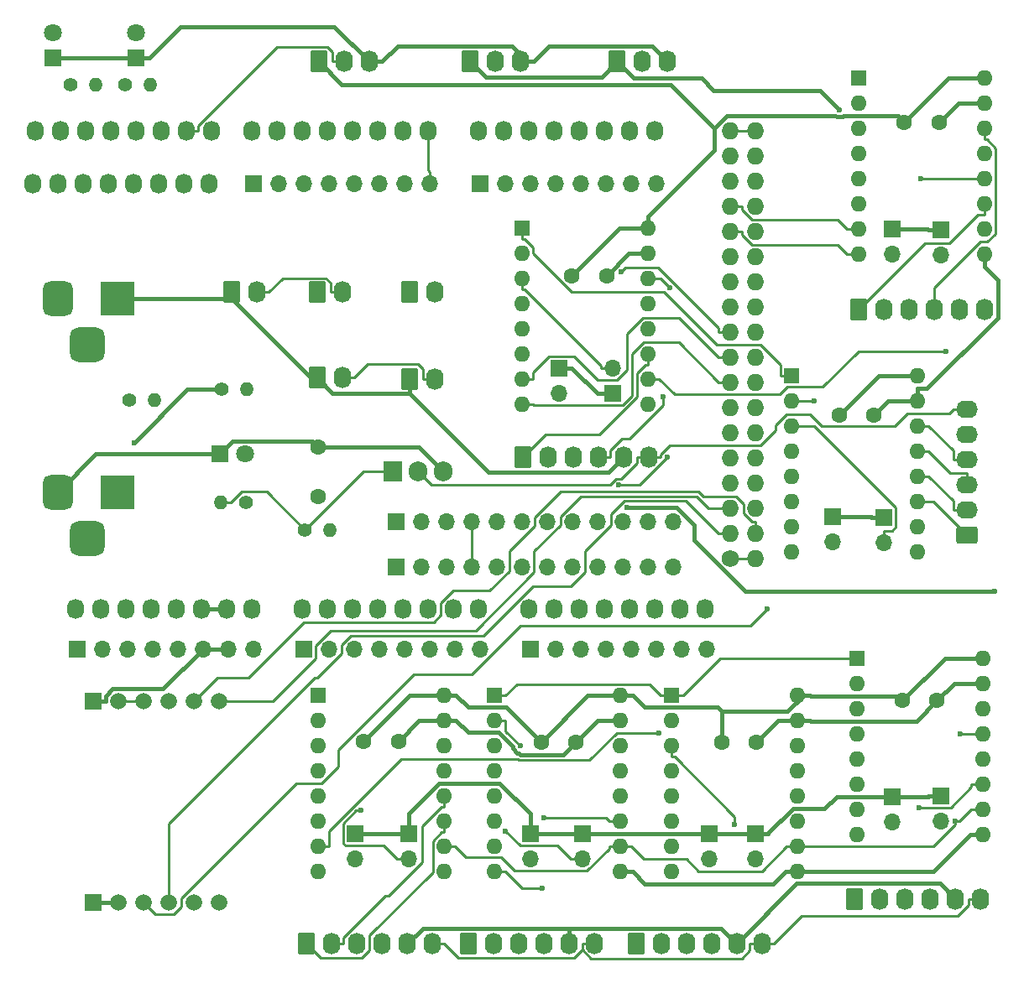
<source format=gbr>
G04 #@! TF.GenerationSoftware,KiCad,Pcbnew,8.0.2-1*
G04 #@! TF.CreationDate,2024-08-19T18:32:55+10:00*
G04 #@! TF.ProjectId,FORWARD 7 STEPPER DRIVER,464f5257-4152-4442-9037-205354455050,rev?*
G04 #@! TF.SameCoordinates,Original*
G04 #@! TF.FileFunction,Copper,L1,Top*
G04 #@! TF.FilePolarity,Positive*
%FSLAX46Y46*%
G04 Gerber Fmt 4.6, Leading zero omitted, Abs format (unit mm)*
G04 Created by KiCad (PCBNEW 8.0.2-1) date 2024-08-19 18:32:55*
%MOMM*%
%LPD*%
G01*
G04 APERTURE LIST*
G04 Aperture macros list*
%AMRoundRect*
0 Rectangle with rounded corners*
0 $1 Rounding radius*
0 $2 $3 $4 $5 $6 $7 $8 $9 X,Y pos of 4 corners*
0 Add a 4 corners polygon primitive as box body*
4,1,4,$2,$3,$4,$5,$6,$7,$8,$9,$2,$3,0*
0 Add four circle primitives for the rounded corners*
1,1,$1+$1,$2,$3*
1,1,$1+$1,$4,$5*
1,1,$1+$1,$6,$7*
1,1,$1+$1,$8,$9*
0 Add four rect primitives between the rounded corners*
20,1,$1+$1,$2,$3,$4,$5,0*
20,1,$1+$1,$4,$5,$6,$7,0*
20,1,$1+$1,$6,$7,$8,$9,0*
20,1,$1+$1,$8,$9,$2,$3,0*%
G04 Aperture macros list end*
G04 #@! TA.AperFunction,ComponentPad*
%ADD10C,1.727200*%
G04 #@! TD*
G04 #@! TA.AperFunction,ComponentPad*
%ADD11O,1.727200X1.727200*%
G04 #@! TD*
G04 #@! TA.AperFunction,ComponentPad*
%ADD12O,1.727200X2.032000*%
G04 #@! TD*
G04 #@! TA.AperFunction,ComponentPad*
%ADD13R,1.800000X1.800000*%
G04 #@! TD*
G04 #@! TA.AperFunction,ComponentPad*
%ADD14C,1.800000*%
G04 #@! TD*
G04 #@! TA.AperFunction,ComponentPad*
%ADD15C,1.400000*%
G04 #@! TD*
G04 #@! TA.AperFunction,ComponentPad*
%ADD16O,1.400000X1.400000*%
G04 #@! TD*
G04 #@! TA.AperFunction,ComponentPad*
%ADD17RoundRect,0.250000X-0.620000X-0.845000X0.620000X-0.845000X0.620000X0.845000X-0.620000X0.845000X0*%
G04 #@! TD*
G04 #@! TA.AperFunction,ComponentPad*
%ADD18O,1.740000X2.190000*%
G04 #@! TD*
G04 #@! TA.AperFunction,ComponentPad*
%ADD19R,1.700000X1.700000*%
G04 #@! TD*
G04 #@! TA.AperFunction,ComponentPad*
%ADD20O,1.700000X1.700000*%
G04 #@! TD*
G04 #@! TA.AperFunction,ComponentPad*
%ADD21C,1.600000*%
G04 #@! TD*
G04 #@! TA.AperFunction,ComponentPad*
%ADD22R,1.600000X1.600000*%
G04 #@! TD*
G04 #@! TA.AperFunction,ComponentPad*
%ADD23O,1.600000X1.600000*%
G04 #@! TD*
G04 #@! TA.AperFunction,ComponentPad*
%ADD24R,3.500000X3.500000*%
G04 #@! TD*
G04 #@! TA.AperFunction,ComponentPad*
%ADD25RoundRect,0.750000X-0.750000X-1.000000X0.750000X-1.000000X0.750000X1.000000X-0.750000X1.000000X0*%
G04 #@! TD*
G04 #@! TA.AperFunction,ComponentPad*
%ADD26RoundRect,0.875000X-0.875000X-0.875000X0.875000X-0.875000X0.875000X0.875000X-0.875000X0.875000X0*%
G04 #@! TD*
G04 #@! TA.AperFunction,ComponentPad*
%ADD27R,1.665000X1.665000*%
G04 #@! TD*
G04 #@! TA.AperFunction,ComponentPad*
%ADD28C,1.665000*%
G04 #@! TD*
G04 #@! TA.AperFunction,ComponentPad*
%ADD29RoundRect,0.250000X0.845000X-0.620000X0.845000X0.620000X-0.845000X0.620000X-0.845000X-0.620000X0*%
G04 #@! TD*
G04 #@! TA.AperFunction,ComponentPad*
%ADD30O,2.190000X1.740000*%
G04 #@! TD*
G04 #@! TA.AperFunction,ComponentPad*
%ADD31R,1.905000X2.000000*%
G04 #@! TD*
G04 #@! TA.AperFunction,ComponentPad*
%ADD32O,1.905000X2.000000*%
G04 #@! TD*
G04 #@! TA.AperFunction,ViaPad*
%ADD33C,0.600000*%
G04 #@! TD*
G04 #@! TA.AperFunction,Conductor*
%ADD34C,0.450000*%
G04 #@! TD*
G04 #@! TA.AperFunction,Conductor*
%ADD35C,0.250000*%
G04 #@! TD*
G04 APERTURE END LIST*
D10*
X197358000Y-114046000D03*
D11*
X199898000Y-114046000D03*
X197358000Y-111506000D03*
X199898000Y-111506000D03*
X197358000Y-108966000D03*
X199898000Y-108966000D03*
X197358000Y-106426000D03*
X199898000Y-106426000D03*
X197358000Y-103886000D03*
X199898000Y-103886000D03*
X197358000Y-101346000D03*
X199898000Y-101346000D03*
X197358000Y-98806000D03*
X199898000Y-98806000D03*
X197358000Y-96266000D03*
X199898000Y-96266000D03*
X197358000Y-93726000D03*
X199898000Y-93726000D03*
X197358000Y-91186000D03*
X199898000Y-91186000D03*
X197358000Y-88646000D03*
X199898000Y-88646000D03*
X197358000Y-86106000D03*
X199898000Y-86106000D03*
X197358000Y-83566000D03*
X199898000Y-83566000D03*
X197358000Y-81026000D03*
X199898000Y-81026000D03*
X197358000Y-78486000D03*
X199898000Y-78486000D03*
X197358000Y-75946000D03*
X199898000Y-75946000D03*
X197358000Y-73406000D03*
X199898000Y-73406000D03*
X197358000Y-70866000D03*
X199898000Y-70866000D03*
D12*
X131318000Y-119126000D03*
X133858000Y-119126000D03*
X136398000Y-119126000D03*
X138938000Y-119126000D03*
X141478000Y-119126000D03*
X144018000Y-119126000D03*
X146558000Y-119126000D03*
X149098000Y-119126000D03*
X177038000Y-119126000D03*
X179578000Y-119126000D03*
X182118000Y-119126000D03*
X184658000Y-119126000D03*
X187198000Y-119126000D03*
X189738000Y-119126000D03*
X192278000Y-119126000D03*
X194818000Y-119126000D03*
X127254000Y-70866000D03*
X129794000Y-70866000D03*
X132334000Y-70866000D03*
X134874000Y-70866000D03*
X137414000Y-70866000D03*
X139954000Y-70866000D03*
X142494000Y-70866000D03*
X145034000Y-70866000D03*
X149098000Y-70866000D03*
X151638000Y-70866000D03*
X154178000Y-70866000D03*
X156718000Y-70866000D03*
X159258000Y-70866000D03*
X161798000Y-70866000D03*
X164338000Y-70866000D03*
X166878000Y-70866000D03*
X171958000Y-70866000D03*
X174498000Y-70866000D03*
X177038000Y-70866000D03*
X179578000Y-70866000D03*
X182118000Y-70866000D03*
X184658000Y-70866000D03*
X187198000Y-70866000D03*
X189738000Y-70866000D03*
D13*
X129000000Y-63500000D03*
D14*
X129000000Y-60960000D03*
D13*
X137400000Y-63490000D03*
D14*
X137400000Y-60950000D03*
D15*
X130780000Y-66200000D03*
D16*
X133320000Y-66200000D03*
D17*
X155680000Y-87170000D03*
D18*
X158220000Y-87170000D03*
D17*
X187820000Y-152950000D03*
D18*
X190360000Y-152950000D03*
X192900000Y-152950000D03*
X195440000Y-152950000D03*
X197980000Y-152950000D03*
X200520000Y-152950000D03*
D19*
X172085000Y-76200000D03*
D20*
X174625000Y-76200000D03*
X177165000Y-76200000D03*
X179705000Y-76200000D03*
X182245000Y-76200000D03*
X184785000Y-76200000D03*
X187325000Y-76200000D03*
X189865000Y-76200000D03*
D17*
X154610000Y-152950000D03*
D18*
X157150000Y-152950000D03*
X159690000Y-152950000D03*
X162230000Y-152950000D03*
X164770000Y-152950000D03*
X167310000Y-152950000D03*
D17*
X155850000Y-63900000D03*
D18*
X158390000Y-63900000D03*
X160930000Y-63900000D03*
D17*
X210320000Y-88950000D03*
D18*
X212860000Y-88950000D03*
X215400000Y-88950000D03*
X217940000Y-88950000D03*
X220480000Y-88950000D03*
X223020000Y-88950000D03*
D19*
X159500000Y-141800000D03*
D20*
X159500000Y-144340000D03*
D21*
X178250000Y-132600000D03*
X181750000Y-132600000D03*
D17*
X147030000Y-87170000D03*
D18*
X149570000Y-87170000D03*
D19*
X149225000Y-76200000D03*
D20*
X151765000Y-76200000D03*
X154305000Y-76200000D03*
X156845000Y-76200000D03*
X159385000Y-76200000D03*
X161925000Y-76200000D03*
X164465000Y-76200000D03*
X167005000Y-76200000D03*
D17*
X164980000Y-95920000D03*
D18*
X167520000Y-95920000D03*
D22*
X176350000Y-80720000D03*
D23*
X176350000Y-83260000D03*
X176350000Y-85800000D03*
X176350000Y-88340000D03*
X176350000Y-90880000D03*
X176350000Y-93420000D03*
X176350000Y-95960000D03*
X176350000Y-98500000D03*
X189050000Y-98500000D03*
X189050000Y-95960000D03*
X189050000Y-93420000D03*
X189050000Y-90880000D03*
X189050000Y-88340000D03*
X189050000Y-85800000D03*
X189050000Y-83260000D03*
X189050000Y-80720000D03*
D13*
X145820000Y-103500000D03*
D14*
X148360000Y-103500000D03*
D19*
X154305000Y-123190000D03*
D20*
X156845000Y-123190000D03*
X159385000Y-123190000D03*
X161925000Y-123190000D03*
X164465000Y-123190000D03*
X167005000Y-123190000D03*
X169545000Y-123190000D03*
X172085000Y-123190000D03*
D19*
X195250000Y-141860000D03*
D20*
X195250000Y-144400000D03*
D21*
X155800000Y-107800000D03*
X155800000Y-102800000D03*
D22*
X191450000Y-127870000D03*
D23*
X191450000Y-130410000D03*
X191450000Y-132950000D03*
X191450000Y-135490000D03*
X191450000Y-138030000D03*
X191450000Y-140570000D03*
X191450000Y-143110000D03*
X191450000Y-145650000D03*
X204150000Y-145650000D03*
X204150000Y-143110000D03*
X204150000Y-140570000D03*
X204150000Y-138030000D03*
X204150000Y-135490000D03*
X204150000Y-132950000D03*
X204150000Y-130410000D03*
X204150000Y-127870000D03*
D19*
X163610000Y-110350000D03*
D20*
X166150000Y-110350000D03*
X168690000Y-110350000D03*
X171230000Y-110350000D03*
X173770000Y-110350000D03*
X176310000Y-110350000D03*
X178850000Y-110350000D03*
X181390000Y-110350000D03*
X183930000Y-110350000D03*
X186470000Y-110350000D03*
X189010000Y-110350000D03*
X191550000Y-110350000D03*
D17*
X170900000Y-152950000D03*
D18*
X173440000Y-152950000D03*
X175980000Y-152950000D03*
X178520000Y-152950000D03*
X181060000Y-152950000D03*
X183600000Y-152950000D03*
D19*
X218600000Y-138025000D03*
D20*
X218600000Y-140565000D03*
D19*
X212850000Y-109890000D03*
D20*
X212850000Y-112430000D03*
D17*
X171120000Y-63900000D03*
D18*
X173660000Y-63900000D03*
X176200000Y-63900000D03*
D21*
X160350000Y-132500000D03*
X163850000Y-132500000D03*
D15*
X136280000Y-66250000D03*
D16*
X138820000Y-66250000D03*
D22*
X155750000Y-127870000D03*
D23*
X155750000Y-130410000D03*
X155750000Y-132950000D03*
X155750000Y-135490000D03*
X155750000Y-138030000D03*
X155750000Y-140570000D03*
X155750000Y-143110000D03*
X155750000Y-145650000D03*
X168450000Y-145650000D03*
X168450000Y-143110000D03*
X168450000Y-140570000D03*
X168450000Y-138030000D03*
X168450000Y-135490000D03*
X168450000Y-132950000D03*
X168450000Y-130410000D03*
X168450000Y-127870000D03*
D15*
X154450000Y-111150000D03*
D16*
X156990000Y-111150000D03*
D17*
X176410000Y-103800000D03*
D18*
X178950000Y-103800000D03*
X181490000Y-103800000D03*
X184030000Y-103800000D03*
X186570000Y-103800000D03*
X189110000Y-103800000D03*
D21*
X214900000Y-70050000D03*
X218400000Y-70050000D03*
D12*
X154178000Y-119126000D03*
X156718000Y-119126000D03*
X159258000Y-119126000D03*
X161798000Y-119126000D03*
X164338000Y-119126000D03*
X166878000Y-119126000D03*
X169418000Y-119126000D03*
X171958000Y-119126000D03*
D22*
X210250000Y-65570000D03*
D23*
X210250000Y-68110000D03*
X210250000Y-70650000D03*
X210250000Y-73190000D03*
X210250000Y-75730000D03*
X210250000Y-78270000D03*
X210250000Y-80810000D03*
X210250000Y-83350000D03*
X222950000Y-83350000D03*
X222950000Y-80810000D03*
X222950000Y-78270000D03*
X222950000Y-75730000D03*
X222950000Y-73190000D03*
X222950000Y-70650000D03*
X222950000Y-68110000D03*
X222950000Y-65570000D03*
D19*
X207640000Y-109850000D03*
D20*
X207640000Y-112390000D03*
D17*
X164980000Y-87170000D03*
D18*
X167520000Y-87170000D03*
D19*
X199900000Y-141860000D03*
D20*
X199900000Y-144400000D03*
D19*
X182400000Y-141860000D03*
D20*
X182400000Y-144400000D03*
D15*
X146030000Y-97000000D03*
D16*
X148570000Y-97000000D03*
D15*
X148470000Y-108400000D03*
D16*
X145930000Y-108400000D03*
D21*
X196500000Y-132600000D03*
X200000000Y-132600000D03*
D24*
X135500000Y-87792500D03*
D25*
X129500000Y-87792500D03*
D26*
X132500000Y-92492500D03*
D19*
X164900000Y-141860000D03*
D20*
X164900000Y-144400000D03*
D19*
X180100000Y-94835000D03*
D20*
X180100000Y-97375000D03*
D17*
X155680000Y-95800000D03*
D18*
X158220000Y-95800000D03*
D27*
X133050000Y-148800000D03*
D28*
X135590000Y-148800000D03*
X138130000Y-148800000D03*
X140670000Y-148800000D03*
X143210000Y-148800000D03*
X145750000Y-148800000D03*
D27*
X133050000Y-128480000D03*
D28*
X135590000Y-128480000D03*
X138130000Y-128480000D03*
X140670000Y-128480000D03*
X143210000Y-128480000D03*
X145750000Y-128480000D03*
D17*
X185910000Y-63900000D03*
D18*
X188450000Y-63900000D03*
X190990000Y-63900000D03*
D17*
X209880000Y-148400000D03*
D18*
X212420000Y-148400000D03*
X214960000Y-148400000D03*
X217500000Y-148400000D03*
X220040000Y-148400000D03*
X222580000Y-148400000D03*
D29*
X221250000Y-111730000D03*
D30*
X221250000Y-109190000D03*
X221250000Y-106650000D03*
X221250000Y-104110000D03*
X221250000Y-101570000D03*
X221250000Y-99030000D03*
D19*
X213700000Y-80810000D03*
D20*
X213700000Y-83350000D03*
D22*
X173550000Y-127870000D03*
D23*
X173550000Y-130410000D03*
X173550000Y-132950000D03*
X173550000Y-135490000D03*
X173550000Y-138030000D03*
X173550000Y-140570000D03*
X173550000Y-143110000D03*
X173550000Y-145650000D03*
X186250000Y-145650000D03*
X186250000Y-143110000D03*
X186250000Y-140570000D03*
X186250000Y-138030000D03*
X186250000Y-135490000D03*
X186250000Y-132950000D03*
X186250000Y-130410000D03*
X186250000Y-127870000D03*
D21*
X181350000Y-85500000D03*
X184850000Y-85500000D03*
D15*
X136690000Y-98045000D03*
D16*
X139230000Y-98045000D03*
D12*
X127000000Y-76200000D03*
X129540000Y-76200000D03*
X132080000Y-76200000D03*
X134620000Y-76200000D03*
X137160000Y-76200000D03*
X139700000Y-76200000D03*
X142240000Y-76200000D03*
X144780000Y-76200000D03*
D19*
X177165000Y-123190000D03*
D20*
X179705000Y-123190000D03*
X182245000Y-123190000D03*
X184785000Y-123190000D03*
X187325000Y-123190000D03*
X189865000Y-123190000D03*
X192405000Y-123190000D03*
X194945000Y-123190000D03*
D19*
X177150000Y-141860000D03*
D20*
X177150000Y-144400000D03*
D21*
X208330000Y-99600000D03*
X211830000Y-99600000D03*
D22*
X203500000Y-95600000D03*
D23*
X203500000Y-98140000D03*
X203500000Y-100680000D03*
X203500000Y-103220000D03*
X203500000Y-105760000D03*
X203500000Y-108300000D03*
X203500000Y-110840000D03*
X203500000Y-113380000D03*
X216200000Y-113380000D03*
X216200000Y-110840000D03*
X216200000Y-108300000D03*
X216200000Y-105760000D03*
X216200000Y-103220000D03*
X216200000Y-100680000D03*
X216200000Y-98140000D03*
X216200000Y-95600000D03*
D19*
X185450000Y-97390000D03*
D20*
X185450000Y-94850000D03*
D22*
X210100000Y-124120000D03*
D23*
X210100000Y-126660000D03*
X210100000Y-129200000D03*
X210100000Y-131740000D03*
X210100000Y-134280000D03*
X210100000Y-136820000D03*
X210100000Y-139360000D03*
X210100000Y-141900000D03*
X222800000Y-141900000D03*
X222800000Y-139360000D03*
X222800000Y-136820000D03*
X222800000Y-134280000D03*
X222800000Y-131740000D03*
X222800000Y-129200000D03*
X222800000Y-126660000D03*
X222800000Y-124120000D03*
D31*
X163300000Y-105250000D03*
D32*
X165840000Y-105250000D03*
X168380000Y-105250000D03*
D21*
X214700000Y-128400000D03*
X218200000Y-128400000D03*
D19*
X163610000Y-114950000D03*
D20*
X166150000Y-114950000D03*
X168690000Y-114950000D03*
X171230000Y-114950000D03*
X173770000Y-114950000D03*
X176310000Y-114950000D03*
X178850000Y-114950000D03*
X181390000Y-114950000D03*
X183930000Y-114950000D03*
X186470000Y-114950000D03*
X189010000Y-114950000D03*
X191550000Y-114950000D03*
D19*
X218600000Y-80910000D03*
D20*
X218600000Y-83450000D03*
D19*
X213650000Y-138075000D03*
D20*
X213650000Y-140615000D03*
D24*
X135500000Y-107342500D03*
D25*
X129500000Y-107342500D03*
D26*
X132500000Y-112042500D03*
D19*
X131445000Y-123190000D03*
D20*
X133985000Y-123190000D03*
X136525000Y-123190000D03*
X139065000Y-123190000D03*
X141605000Y-123190000D03*
X144145000Y-123190000D03*
X146685000Y-123190000D03*
X149225000Y-123190000D03*
D33*
X137201500Y-102390900D03*
X208346900Y-68758200D03*
X201100400Y-119165100D03*
X190975200Y-103782400D03*
X178396400Y-147343500D03*
X186113400Y-106624400D03*
X219988500Y-140549900D03*
X219135200Y-93141200D03*
X190129100Y-131680000D03*
X186287600Y-85141200D03*
X224025300Y-117410500D03*
X186949600Y-108865600D03*
X178520000Y-140269900D03*
X174683400Y-141586800D03*
X176127900Y-132943000D03*
X191255000Y-86725400D03*
X190558400Y-97729100D03*
X216525500Y-75730000D03*
X197783100Y-140922200D03*
X205805200Y-98140000D03*
X216393000Y-139200200D03*
X220529600Y-131740000D03*
X160050100Y-139504000D03*
D34*
X189050000Y-80720000D02*
X189050000Y-79494900D01*
X208046600Y-69483300D02*
X208647300Y-69483300D01*
X155850000Y-63900000D02*
X158150600Y-66200600D01*
X186862600Y-127870000D02*
X186250000Y-127870000D01*
X191328600Y-66200600D02*
X195732000Y-70604000D01*
X188700200Y-129095100D02*
X187475100Y-127870000D01*
X196500000Y-129510000D02*
X196500000Y-132600000D01*
X205435100Y-127930000D02*
X214230000Y-127930000D01*
X142592400Y-97000000D02*
X146030000Y-97000000D01*
X186250000Y-127870000D02*
X182980000Y-127870000D01*
X195732000Y-70604000D02*
X195732000Y-72812900D01*
X204762600Y-127870000D02*
X205375100Y-127870000D01*
X137201500Y-102390900D02*
X142592400Y-97000000D01*
X204762600Y-127870000D02*
X203122600Y-129510000D01*
X164980000Y-127870000D02*
X168450000Y-127870000D01*
X170900200Y-129095100D02*
X174745100Y-129095100D01*
X222800000Y-124120000D02*
X218980000Y-124120000D01*
X219380000Y-65570000D02*
X214900000Y-70050000D01*
X214230000Y-127930000D02*
X214700000Y-128400000D01*
X196956000Y-69380000D02*
X207943300Y-69380000D01*
X208647300Y-69483300D02*
X208750600Y-69380000D01*
X196085100Y-129095100D02*
X188700200Y-129095100D01*
X216200000Y-95600000D02*
X212330000Y-95600000D01*
X212330000Y-95600000D02*
X208330000Y-99600000D01*
X218980000Y-124120000D02*
X214700000Y-128400000D01*
X160350000Y-132500000D02*
X164980000Y-127870000D01*
X182980000Y-127870000D02*
X178250000Y-132600000D01*
X214230000Y-69380000D02*
X214900000Y-70050000D01*
X158150600Y-66200600D02*
X191328600Y-66200600D01*
X205375100Y-127870000D02*
X205435100Y-127930000D01*
X181350000Y-85500000D02*
X186130000Y-80720000D01*
X195732000Y-70604000D02*
X196956000Y-69380000D01*
X186862600Y-127870000D02*
X187475100Y-127870000D01*
X207943300Y-69380000D02*
X208046600Y-69483300D01*
X204150000Y-127870000D02*
X204762600Y-127870000D01*
X168450000Y-127870000D02*
X169675100Y-127870000D01*
X222950000Y-65570000D02*
X219380000Y-65570000D01*
X174745100Y-129095100D02*
X178250000Y-132600000D01*
X169675100Y-127870000D02*
X170900200Y-129095100D01*
X208750600Y-69380000D02*
X214230000Y-69380000D01*
X196500000Y-129510000D02*
X196085100Y-129095100D01*
X203122600Y-129510000D02*
X196500000Y-129510000D01*
X186130000Y-80720000D02*
X189050000Y-80720000D01*
X195732000Y-72812900D02*
X189050000Y-79494900D01*
X133342500Y-103500000D02*
X145820000Y-103500000D01*
X140112600Y-127222400D02*
X144145000Y-123190000D01*
X217824900Y-145650000D02*
X221574900Y-141900000D01*
X135590000Y-148800000D02*
X133050000Y-148800000D01*
X135014900Y-127222400D02*
X140112600Y-127222400D01*
X216130000Y-130470000D02*
X205435100Y-130470000D01*
X204150000Y-130410000D02*
X202190000Y-130410000D01*
X224329800Y-89741200D02*
X217156100Y-96914900D01*
X133050000Y-128480000D02*
X134307600Y-128480000D01*
X147145200Y-102174800D02*
X145820000Y-103500000D01*
X202924900Y-145650000D02*
X201667800Y-146907100D01*
X168450000Y-130410000D02*
X169675100Y-130410000D01*
X204150000Y-145650000D02*
X217824900Y-145650000D01*
X129000000Y-63500000D02*
X130325100Y-63500000D01*
X222950000Y-84575100D02*
X224329800Y-85954900D01*
X137400000Y-63490000D02*
X138725100Y-63490000D01*
X176021600Y-133668100D02*
X176205700Y-133852200D01*
X173988600Y-131635100D02*
X175402800Y-133049300D01*
X190990000Y-63900000D02*
X189429700Y-62339700D01*
X203537500Y-145650000D02*
X202924900Y-145650000D01*
X186250000Y-145650000D02*
X187475100Y-145650000D01*
X222950000Y-83350000D02*
X222950000Y-84575100D01*
X175827600Y-133668100D02*
X176021600Y-133668100D01*
X218200000Y-128400000D02*
X216130000Y-130470000D01*
X134307600Y-127929700D02*
X135014900Y-127222400D01*
X186250000Y-130410000D02*
X183940000Y-130410000D01*
X189429700Y-62339700D02*
X179055400Y-62339700D01*
X155174800Y-102174800D02*
X147145200Y-102174800D01*
X203537500Y-145650000D02*
X204150000Y-145650000D01*
X216200000Y-98140000D02*
X213290000Y-98140000D01*
X183940000Y-130410000D02*
X181750000Y-132600000D01*
X165940000Y-130410000D02*
X168450000Y-130410000D01*
X163850000Y-132500000D02*
X165940000Y-130410000D01*
X146558000Y-119126000D02*
X144018000Y-119126000D01*
X188732200Y-146907100D02*
X187475100Y-145650000D01*
X176200000Y-63900000D02*
X176847600Y-63900000D01*
X202190000Y-130410000D02*
X200000000Y-132600000D01*
X176205700Y-133852200D02*
X180497800Y-133852200D01*
X169675100Y-130410000D02*
X170900200Y-131635100D01*
X155800000Y-102800000D02*
X155174800Y-102174800D01*
X163785400Y-62339700D02*
X162225100Y-63900000D01*
X160930000Y-63900000D02*
X162225100Y-63900000D01*
X217156100Y-96914900D02*
X216200000Y-96914900D01*
X176847600Y-63900000D02*
X175287300Y-62339700D01*
X168380000Y-105250000D02*
X165930000Y-102800000D01*
X175402800Y-133243300D02*
X175827600Y-133668100D01*
X175287300Y-62339700D02*
X163785400Y-62339700D01*
X219940000Y-126660000D02*
X218200000Y-128400000D01*
X144145000Y-123190000D02*
X145409900Y-123190000D01*
X201667800Y-146907100D02*
X188732200Y-146907100D01*
X165930000Y-102800000D02*
X155800000Y-102800000D01*
X222950000Y-68110000D02*
X220340000Y-68110000D01*
X146685000Y-123190000D02*
X145409900Y-123190000D01*
X130335100Y-63490000D02*
X137400000Y-63490000D01*
X157382000Y-60352000D02*
X160930000Y-63900000D01*
X141863100Y-60352000D02*
X157382000Y-60352000D01*
X130325100Y-63500000D02*
X130335100Y-63490000D01*
X129500000Y-107342500D02*
X133342500Y-103500000D01*
X204150000Y-130410000D02*
X205375100Y-130410000D01*
X180497800Y-133852200D02*
X181750000Y-132600000D01*
X205435100Y-130470000D02*
X205375100Y-130410000D01*
X216200000Y-98140000D02*
X216200000Y-96914900D01*
X224329800Y-85954900D02*
X224329800Y-89741200D01*
X220340000Y-68110000D02*
X218400000Y-70050000D01*
X187090000Y-83260000D02*
X184850000Y-85500000D01*
X134307600Y-128480000D02*
X134307600Y-127929700D01*
X213290000Y-98140000D02*
X211830000Y-99600000D01*
X222800000Y-126660000D02*
X219940000Y-126660000D01*
X175402800Y-133049300D02*
X175402800Y-133243300D01*
X176847600Y-63900000D02*
X177495100Y-63900000D01*
X179055400Y-62339700D02*
X177495100Y-63900000D01*
X222800000Y-141900000D02*
X221574900Y-141900000D01*
X189050000Y-83260000D02*
X187090000Y-83260000D01*
X138725100Y-63490000D02*
X141863100Y-60352000D01*
X170900200Y-131635100D02*
X173988600Y-131635100D01*
X164900000Y-139832400D02*
X167972400Y-136760000D01*
X167972400Y-136760000D02*
X174067600Y-136760000D01*
X206374100Y-66785400D02*
X195652500Y-66785400D01*
X182400000Y-141860000D02*
X195250000Y-141860000D01*
X212850000Y-109890000D02*
X211574900Y-109890000D01*
X199900000Y-141860000D02*
X195250000Y-141860000D01*
X199900000Y-141860000D02*
X201175100Y-141860000D01*
X217324900Y-138025000D02*
X217274900Y-138075000D01*
X180100000Y-94835000D02*
X181375100Y-94835000D01*
X211534900Y-109850000D02*
X211574900Y-109890000D01*
X217224900Y-80810000D02*
X217324900Y-80910000D01*
X208346900Y-68758200D02*
X206374100Y-66785400D01*
X213650000Y-138075000D02*
X208048800Y-138075000D01*
X213700000Y-80810000D02*
X217224900Y-80810000D01*
X201175100Y-141780300D02*
X201175100Y-141860000D01*
X207640000Y-109850000D02*
X211534900Y-109850000D01*
X177150000Y-139842400D02*
X177150000Y-141860000D01*
X174067600Y-136760000D02*
X177150000Y-139842400D01*
X187560400Y-65550400D02*
X185910000Y-63900000D01*
X172663900Y-65443900D02*
X171120000Y-63900000D01*
X217274900Y-138075000D02*
X213650000Y-138075000D01*
X203655400Y-139300000D02*
X201175100Y-141780300D01*
X183930100Y-97390000D02*
X181375100Y-94835000D01*
X184366100Y-65443900D02*
X172663900Y-65443900D01*
X206823800Y-139300000D02*
X203655400Y-139300000D01*
X194417500Y-65550400D02*
X187560400Y-65550400D01*
X218600000Y-138025000D02*
X217324900Y-138025000D01*
X218600000Y-80910000D02*
X217324900Y-80910000D01*
X164900000Y-141860000D02*
X164900000Y-139832400D01*
X159500000Y-141800000D02*
X160775100Y-141800000D01*
X185450000Y-97390000D02*
X183930100Y-97390000D01*
X185910000Y-63900000D02*
X184366100Y-65443900D01*
X208048800Y-138075000D02*
X206823800Y-139300000D01*
X195652500Y-66785400D02*
X194417500Y-65550400D01*
X160835100Y-141860000D02*
X160775100Y-141800000D01*
X164900000Y-141860000D02*
X160835100Y-141860000D01*
X177150000Y-141860000D02*
X182400000Y-141860000D01*
D35*
X138130000Y-128480000D02*
X135590000Y-128480000D01*
X167005000Y-75024900D02*
X166878000Y-74897900D01*
X166878000Y-74897900D02*
X166878000Y-70866000D01*
X167005000Y-76200000D02*
X167005000Y-75024900D01*
X155446000Y-126049800D02*
X140670000Y-140825800D01*
X182660000Y-113329000D02*
X182660000Y-115426100D01*
X185294800Y-110694200D02*
X182660000Y-113329000D01*
X158115000Y-123632800D02*
X155698000Y-126049800D01*
X172478200Y-121852300D02*
X159043700Y-121852300D01*
X186653300Y-108223300D02*
X185294800Y-109581800D01*
X192886600Y-108223300D02*
X186653300Y-108223300D01*
X158115000Y-122781000D02*
X158115000Y-123632800D01*
X159043700Y-121852300D02*
X158115000Y-122781000D01*
X182660000Y-115426100D02*
X181235600Y-116850500D01*
X196169300Y-111506000D02*
X192886600Y-108223300D01*
X177480000Y-116850500D02*
X172478200Y-121852300D01*
X185294800Y-109581800D02*
X185294800Y-110694200D01*
X181235600Y-116850500D02*
X177480000Y-116850500D01*
X155698000Y-126049800D02*
X155446000Y-126049800D01*
X140670000Y-140825800D02*
X140670000Y-148800000D01*
X197358000Y-111506000D02*
X196169300Y-111506000D01*
X198709300Y-108556100D02*
X197926300Y-107773100D01*
X194153100Y-107323100D02*
X180214600Y-107323100D01*
X148733800Y-126082000D02*
X145608000Y-126082000D01*
X177580000Y-110761100D02*
X175040000Y-113301100D01*
X198709300Y-109500200D02*
X198709300Y-108556100D01*
X197926300Y-107773100D02*
X194603100Y-107773100D01*
X145608000Y-126082000D02*
X143210000Y-128480000D01*
X154348600Y-120467200D02*
X148733800Y-126082000D01*
X175040000Y-113301100D02*
X175040000Y-115350800D01*
X199898000Y-111506000D02*
X199898000Y-110317300D01*
X177580000Y-109957700D02*
X177580000Y-110761100D01*
X168148000Y-118530900D02*
X168148000Y-119741100D01*
X173072400Y-117318400D02*
X169360500Y-117318400D01*
X167421900Y-120467200D02*
X154348600Y-120467200D01*
X180214600Y-107323100D02*
X177580000Y-109957700D01*
X199526400Y-110317300D02*
X198709300Y-109500200D01*
X169360500Y-117318400D02*
X168148000Y-118530900D01*
X199898000Y-110317300D02*
X199526400Y-110317300D01*
X194603100Y-107773100D02*
X194153100Y-107323100D01*
X168148000Y-119741100D02*
X167421900Y-120467200D01*
X175040000Y-115350800D02*
X173072400Y-117318400D01*
X199898000Y-70866000D02*
X197358000Y-70866000D01*
X157065700Y-121307300D02*
X155480200Y-122892800D01*
X195159400Y-108966000D02*
X193966600Y-107773200D01*
X155480200Y-122892800D02*
X155480200Y-124181200D01*
X151181400Y-128480000D02*
X145750000Y-128480000D01*
X180214800Y-109808600D02*
X180214800Y-110689500D01*
X177564800Y-115390000D02*
X171647500Y-121307300D01*
X177564800Y-113339500D02*
X177564800Y-115390000D01*
X196169300Y-108966000D02*
X195159400Y-108966000D01*
X171647500Y-121307300D02*
X157065700Y-121307300D01*
X182250200Y-107773200D02*
X180214800Y-109808600D01*
X197358000Y-108966000D02*
X196169300Y-108966000D01*
X155480200Y-124181200D02*
X151181400Y-128480000D01*
X180214800Y-110689500D02*
X177564800Y-113339500D01*
X193966600Y-107773200D02*
X182250200Y-107773200D01*
X153525700Y-136760000D02*
X156132600Y-136760000D01*
X141940000Y-148345700D02*
X153525700Y-136760000D01*
X165450300Y-125751300D02*
X171269100Y-125751300D01*
X176143000Y-120877400D02*
X199388100Y-120877400D01*
X156132600Y-136760000D02*
X157825000Y-135067600D01*
X141940000Y-149221100D02*
X141940000Y-148345700D01*
X139307000Y-149977000D02*
X141184100Y-149977000D01*
X157825000Y-133376600D02*
X165450300Y-125751300D01*
X141184100Y-149977000D02*
X141940000Y-149221100D01*
X199388100Y-120877400D02*
X201100400Y-119165100D01*
X138130000Y-148800000D02*
X139307000Y-149977000D01*
X157825000Y-135067600D02*
X157825000Y-133376600D01*
X171269100Y-125751300D02*
X176143000Y-120877400D01*
X189199800Y-126744900D02*
X190324900Y-127870000D01*
X196016200Y-92456000D02*
X200356000Y-92456000D01*
X210100000Y-124120000D02*
X208974900Y-124120000D01*
X174675100Y-127870000D02*
X175800200Y-126744900D01*
X177475100Y-83289400D02*
X181297800Y-87112100D01*
X191450000Y-127870000D02*
X190324900Y-127870000D01*
X202374900Y-94474900D02*
X202374900Y-95600000D01*
X177475100Y-82688800D02*
X177475100Y-83289400D01*
X190672300Y-87112100D02*
X196016200Y-92456000D01*
X175800200Y-126744900D02*
X189199800Y-126744900D01*
X176631400Y-81845100D02*
X177475100Y-82688800D01*
X176350000Y-80720000D02*
X176350000Y-81845100D01*
X181297800Y-87112100D02*
X190672300Y-87112100D01*
X176350000Y-81845100D02*
X176631400Y-81845100D01*
X196325100Y-124120000D02*
X192575100Y-127870000D01*
X174112600Y-127870000D02*
X174675100Y-127870000D01*
X191450000Y-127870000D02*
X192575100Y-127870000D01*
X200356000Y-92456000D02*
X202374900Y-94474900D01*
X203500000Y-95600000D02*
X202374900Y-95600000D01*
X174112600Y-127870000D02*
X173550000Y-127870000D01*
X208974900Y-124120000D02*
X196325100Y-124120000D01*
X186113400Y-106624400D02*
X188215100Y-106624400D01*
X190975200Y-103864300D02*
X190975200Y-103782400D01*
X176368600Y-147343500D02*
X178396400Y-147343500D01*
X188215100Y-106624400D02*
X190975200Y-103864300D01*
X174675100Y-145650000D02*
X176368600Y-147343500D01*
X173550000Y-145650000D02*
X174675100Y-145650000D01*
X217800800Y-143110000D02*
X204150000Y-143110000D01*
X210249200Y-93141200D02*
X219135200Y-93141200D01*
X202333600Y-97496000D02*
X203104400Y-96725200D01*
X170700200Y-144235100D02*
X174263200Y-144235100D01*
X191711100Y-97496000D02*
X202333600Y-97496000D01*
X203104400Y-96725200D02*
X206665200Y-96725200D01*
X219988500Y-140549900D02*
X219988500Y-140922300D01*
X190175100Y-95960000D02*
X191711100Y-97496000D01*
X220485000Y-140549900D02*
X219988500Y-140549900D01*
X189050000Y-95960000D02*
X190175100Y-95960000D01*
X188645100Y-144380000D02*
X187375100Y-143110000D01*
X222800000Y-139360000D02*
X221674900Y-139360000D01*
X175614600Y-145586500D02*
X182881500Y-145586500D01*
X206665200Y-96725200D02*
X210249200Y-93141200D01*
X203024900Y-143110000D02*
X200522300Y-145612600D01*
X186250000Y-143110000D02*
X185124900Y-143110000D01*
X192916600Y-144380000D02*
X188645100Y-144380000D01*
X182881500Y-145586500D02*
X185124900Y-143343100D01*
X219988500Y-140922300D02*
X217800800Y-143110000D01*
X169575100Y-143110000D02*
X170700200Y-144235100D01*
X174263200Y-144235100D02*
X175614600Y-145586500D01*
X204150000Y-143110000D02*
X203024900Y-143110000D01*
X200522300Y-145612600D02*
X194149200Y-145612600D01*
X168450000Y-143110000D02*
X169575100Y-143110000D01*
X185124900Y-143343100D02*
X185124900Y-143110000D01*
X221674900Y-139360000D02*
X220485000Y-140549900D01*
X186250000Y-143110000D02*
X187375100Y-143110000D01*
X194149200Y-145612600D02*
X192916600Y-144380000D01*
X177475100Y-98500000D02*
X177548400Y-98573300D01*
X188618500Y-92258500D02*
X192161800Y-92258500D01*
X187429300Y-97622000D02*
X187429300Y-93447700D01*
X176350000Y-98500000D02*
X177475100Y-98500000D01*
X186478000Y-98573300D02*
X187429300Y-97622000D01*
X197358000Y-96266000D02*
X196169300Y-96266000D01*
X192161800Y-92258500D02*
X196169300Y-96266000D01*
X187429300Y-93447700D02*
X188618500Y-92258500D01*
X177548400Y-98573300D02*
X186478000Y-98573300D01*
X188566900Y-89736900D02*
X192180200Y-89736900D01*
X176350000Y-95960000D02*
X177475100Y-95960000D01*
X177475100Y-95960000D02*
X177475100Y-95256800D01*
X181562700Y-93659800D02*
X183963800Y-96060900D01*
X179072100Y-93659800D02*
X181562700Y-93659800D01*
X177475100Y-95256800D02*
X179072100Y-93659800D01*
X183963800Y-96060900D02*
X185902300Y-96060900D01*
X185902300Y-96060900D02*
X186934100Y-95029100D01*
X186934100Y-95029100D02*
X186934100Y-91369700D01*
X186934100Y-91369700D02*
X188566900Y-89736900D01*
X192180200Y-89736900D02*
X196169300Y-93726000D01*
X197358000Y-93726000D02*
X196169300Y-93726000D01*
X208141700Y-79826800D02*
X199518000Y-79826800D01*
X209124900Y-80810000D02*
X208141700Y-79826800D01*
X198546700Y-78855500D02*
X198546700Y-78486000D01*
X199518000Y-79826800D02*
X198546700Y-78855500D01*
X197358000Y-78486000D02*
X198546700Y-78486000D01*
X210250000Y-80810000D02*
X209124900Y-80810000D01*
X199518000Y-82366800D02*
X198546700Y-81395500D01*
X210250000Y-83350000D02*
X209124900Y-83350000D01*
X209124900Y-83350000D02*
X208141700Y-82366800D01*
X208141700Y-82366800D02*
X199518000Y-82366800D01*
X197358000Y-81026000D02*
X198546700Y-81026000D01*
X198546700Y-81395500D02*
X198546700Y-81026000D01*
X175898300Y-134322900D02*
X164147500Y-134322900D01*
X190129100Y-131680000D02*
X185870200Y-131680000D01*
X176001200Y-134425800D02*
X175898300Y-134322900D01*
X155750000Y-143110000D02*
X156875100Y-143110000D01*
X183124400Y-134425800D02*
X176001200Y-134425800D01*
X164147500Y-134322900D02*
X156875100Y-141595300D01*
X156875100Y-141595300D02*
X156875100Y-143110000D01*
X185870200Y-131680000D02*
X183124400Y-134425800D01*
X196169300Y-91186000D02*
X196169300Y-90755600D01*
X190086900Y-84673200D02*
X186755600Y-84673200D01*
X196169300Y-90755600D02*
X190086900Y-84673200D01*
X197358000Y-91186000D02*
X196169300Y-91186000D01*
X186755600Y-84673200D02*
X186287600Y-85141200D01*
X189110000Y-103800000D02*
X190305100Y-103800000D01*
X219829900Y-99030000D02*
X219449900Y-99410000D01*
X167520000Y-95920000D02*
X166324900Y-95920000D01*
X169943900Y-154388800D02*
X168505100Y-152950000D01*
X200520000Y-152950000D02*
X201715100Y-152950000D01*
X205401500Y-99545500D02*
X202973600Y-99545500D01*
X150765100Y-87170000D02*
X152187200Y-85747900D01*
X187914900Y-104397500D02*
X186313100Y-105999300D01*
X158220000Y-95800000D02*
X159415100Y-95800000D01*
X191257600Y-102616000D02*
X190305100Y-103568500D01*
X186313100Y-105999300D02*
X185854600Y-105999300D01*
X183277700Y-154420300D02*
X198484900Y-154420300D01*
X165838200Y-94462300D02*
X160752800Y-94462300D01*
X189110000Y-103800000D02*
X187914900Y-103800000D01*
X166324900Y-94949000D02*
X165838200Y-94462300D01*
X149570000Y-87170000D02*
X150765100Y-87170000D01*
X156560500Y-85747900D02*
X157024900Y-86212300D01*
X182404900Y-152950000D02*
X182404900Y-153547500D01*
X152187200Y-85747900D02*
X156560500Y-85747900D01*
X160752800Y-94462300D02*
X159415100Y-95800000D01*
X198484900Y-154420300D02*
X199324900Y-153580300D01*
X190305100Y-103568500D02*
X190305100Y-103800000D01*
X200520000Y-152950000D02*
X199324900Y-152950000D01*
X204525900Y-150139200D02*
X201715100Y-152950000D01*
X181563600Y-154388800D02*
X169943900Y-154388800D01*
X199324900Y-153580300D02*
X199324900Y-152950000D01*
X166324900Y-95920000D02*
X166324900Y-94949000D01*
X221384900Y-148997500D02*
X220243200Y-150139200D01*
X185854600Y-105999300D02*
X185217000Y-106636900D01*
X167226900Y-106636900D02*
X165840000Y-105250000D01*
X167310000Y-152950000D02*
X168505100Y-152950000D01*
X182404900Y-153547500D02*
X181563600Y-154388800D01*
X219449900Y-99410000D02*
X215237500Y-99410000D01*
X221250000Y-99030000D02*
X219829900Y-99030000D01*
X220243200Y-150139200D02*
X204525900Y-150139200D01*
X158220000Y-87170000D02*
X157024900Y-87170000D01*
X222580000Y-148400000D02*
X221384900Y-148400000D01*
X200405700Y-102616000D02*
X191257600Y-102616000D01*
X201913200Y-100605900D02*
X201913200Y-101108500D01*
X185217000Y-106636900D02*
X167226900Y-106636900D01*
X201913200Y-101108500D02*
X200405700Y-102616000D01*
X215237500Y-99410000D02*
X213919600Y-100727900D01*
X206583900Y-100727900D02*
X205401500Y-99545500D01*
X202973600Y-99545500D02*
X201913200Y-100605900D01*
X157024900Y-86212300D02*
X157024900Y-87170000D01*
X213919600Y-100727900D02*
X206583900Y-100727900D01*
X183600000Y-152950000D02*
X182404900Y-152950000D01*
X187914900Y-103800000D02*
X187914900Y-104397500D01*
X182404900Y-153547500D02*
X183277700Y-154420300D01*
X221384900Y-148400000D02*
X221384900Y-148997500D01*
D34*
X224025300Y-117410500D02*
X198879300Y-117410500D01*
X147030000Y-87792500D02*
X137675100Y-87792500D01*
X164980000Y-97350600D02*
X157230600Y-97350600D01*
X164980000Y-97350600D02*
X164980000Y-95920000D01*
X191902800Y-108865600D02*
X186949600Y-108865600D01*
X185036300Y-105333700D02*
X172963100Y-105333700D01*
X147030000Y-87170000D02*
X147030000Y-87792500D01*
X218515200Y-146875200D02*
X204054800Y-146875200D01*
X135500000Y-87792500D02*
X137675100Y-87792500D01*
X196421300Y-151391300D02*
X197980000Y-152950000D01*
X181060000Y-151391300D02*
X196421300Y-151391300D01*
X198879300Y-117410500D02*
X193680300Y-112211500D01*
X193680300Y-112211500D02*
X193680300Y-110643100D01*
X155037500Y-95800000D02*
X155680000Y-95800000D01*
X193680300Y-110643100D02*
X191902800Y-108865600D01*
X204054800Y-146875200D02*
X197980000Y-152950000D01*
X181060000Y-152950000D02*
X181060000Y-151391300D01*
X164770000Y-152950000D02*
X166328700Y-151391300D01*
X186570000Y-103800000D02*
X185036300Y-105333700D01*
X147030000Y-87792500D02*
X155037500Y-95800000D01*
X220040000Y-148400000D02*
X218515200Y-146875200D01*
X157230600Y-97350600D02*
X155680000Y-95800000D01*
X172963100Y-105333700D02*
X164980000Y-97350600D01*
X166328700Y-151391300D02*
X181060000Y-151391300D01*
D35*
X156717500Y-62451600D02*
X151613300Y-62451600D01*
X157194900Y-62929000D02*
X156717500Y-62451600D01*
X142494000Y-70866000D02*
X143682700Y-70866000D01*
X157194900Y-63900000D02*
X157194900Y-62929000D01*
X143682700Y-70382200D02*
X143682700Y-70866000D01*
X151613300Y-62451600D02*
X143682700Y-70382200D01*
X158390000Y-63900000D02*
X157194900Y-63900000D01*
X199898000Y-114046000D02*
X197358000Y-114046000D01*
X146955100Y-108400000D02*
X148028200Y-107326900D01*
X145930000Y-108400000D02*
X146955100Y-108400000D01*
X160350000Y-105250000D02*
X154450000Y-111150000D01*
X148028200Y-107326900D02*
X150626900Y-107326900D01*
X150626900Y-107326900D02*
X154450000Y-111150000D01*
X163300000Y-105250000D02*
X160350000Y-105250000D01*
X186250000Y-140570000D02*
X185124900Y-140570000D01*
X184824800Y-140269900D02*
X178520000Y-140269900D01*
X185124900Y-140570000D02*
X184824800Y-140269900D01*
X182400000Y-144400000D02*
X181224900Y-144400000D01*
X179860100Y-143035200D02*
X176131800Y-143035200D01*
X176131800Y-143035200D02*
X174683400Y-141586800D01*
X181224900Y-144400000D02*
X179860100Y-143035200D01*
X174675100Y-130410000D02*
X174675100Y-131490200D01*
X173550000Y-130410000D02*
X174675100Y-130410000D01*
X174675100Y-131490200D02*
X176127900Y-132943000D01*
X176573700Y-86925100D02*
X184274900Y-94626300D01*
X176350000Y-86925100D02*
X176573700Y-86925100D01*
X176350000Y-85800000D02*
X176350000Y-86925100D01*
X185450000Y-94850000D02*
X184274900Y-94850000D01*
X184274900Y-94626300D02*
X184274900Y-94850000D01*
X187924900Y-97763000D02*
X184145500Y-101542400D01*
X189050000Y-93420000D02*
X189050000Y-94545100D01*
X184145500Y-101542400D02*
X178667600Y-101542400D01*
X188768600Y-94545100D02*
X187924900Y-95388800D01*
X178667600Y-101542400D02*
X176410000Y-103800000D01*
X187924900Y-95388800D02*
X187924900Y-97763000D01*
X189050000Y-94545100D02*
X188768600Y-94545100D01*
X190329600Y-85800000D02*
X191255000Y-86725400D01*
X190558400Y-97729100D02*
X190558400Y-98592000D01*
X186402200Y-101992600D02*
X185225100Y-103169700D01*
X189050000Y-85800000D02*
X190329600Y-85800000D01*
X184030000Y-103800000D02*
X185225100Y-103800000D01*
X190558400Y-98592000D02*
X187157800Y-101992600D01*
X187157800Y-101992600D02*
X186402200Y-101992600D01*
X185225100Y-103169700D02*
X185225100Y-103800000D01*
X217017700Y-82252300D02*
X219417900Y-82252300D01*
X219417900Y-82252300D02*
X222275100Y-79395100D01*
X210320000Y-88950000D02*
X217017700Y-82252300D01*
X222950000Y-78270000D02*
X222950000Y-79395100D01*
X222275100Y-79395100D02*
X222950000Y-79395100D01*
X222950000Y-75730000D02*
X216525500Y-75730000D01*
X222550400Y-82085200D02*
X217940000Y-86695600D01*
X224098500Y-72642300D02*
X224098500Y-81262700D01*
X222950000Y-71775100D02*
X223231300Y-71775100D01*
X223276000Y-82085200D02*
X222550400Y-82085200D01*
X222950000Y-70650000D02*
X222950000Y-71775100D01*
X223231300Y-71775100D02*
X224098500Y-72642300D01*
X217940000Y-86695600D02*
X217940000Y-88950000D01*
X224098500Y-81262700D02*
X223276000Y-82085200D01*
X197783100Y-140126900D02*
X197783100Y-140922200D01*
X191450000Y-134075100D02*
X191731300Y-134075100D01*
X191450000Y-132950000D02*
X191450000Y-134075100D01*
X191731300Y-134075100D02*
X197783100Y-140126900D01*
X219829900Y-104110000D02*
X219829900Y-103184800D01*
X216200000Y-100680000D02*
X217325100Y-100680000D01*
X221250000Y-104110000D02*
X219829900Y-104110000D01*
X219829900Y-103184800D02*
X217325100Y-100680000D01*
X219829900Y-108264800D02*
X217325100Y-105760000D01*
X219829900Y-109190000D02*
X219829900Y-108264800D01*
X221250000Y-109190000D02*
X219829900Y-109190000D01*
X216200000Y-105760000D02*
X217325100Y-105760000D01*
X216200000Y-103220000D02*
X217325100Y-103220000D01*
X221250000Y-105454900D02*
X219560000Y-105454900D01*
X219560000Y-105454900D02*
X217325100Y-103220000D01*
X221250000Y-106650000D02*
X221250000Y-105454900D01*
X214025200Y-108885400D02*
X205819800Y-100680000D01*
X213657900Y-111254900D02*
X214025200Y-110887600D01*
X214025200Y-110887600D02*
X214025200Y-108885400D01*
X205819800Y-100680000D02*
X203500000Y-100680000D01*
X212850000Y-111254900D02*
X213657900Y-111254900D01*
X212850000Y-112430000D02*
X212850000Y-111254900D01*
X203500000Y-98140000D02*
X205805200Y-98140000D01*
X221250000Y-111730000D02*
X217820000Y-108300000D01*
X217820000Y-108300000D02*
X216200000Y-108300000D01*
X222800000Y-136820000D02*
X221674900Y-136820000D01*
X221674900Y-137136400D02*
X219611100Y-139200200D01*
X221674900Y-136820000D02*
X221674900Y-137136400D01*
X219611100Y-139200200D02*
X216393000Y-139200200D01*
X222800000Y-131740000D02*
X220529600Y-131740000D01*
X160960000Y-153596900D02*
X160158000Y-154398900D01*
X167324900Y-142562000D02*
X167324900Y-145690100D01*
X168450000Y-140570000D02*
X168450000Y-141695100D01*
X156058900Y-154398900D02*
X154610000Y-152950000D01*
X167324900Y-145690100D02*
X160960000Y-152055000D01*
X168450000Y-141695100D02*
X168191800Y-141695100D01*
X160960000Y-152055000D02*
X160960000Y-153596900D01*
X160158000Y-154398900D02*
X156058900Y-154398900D01*
X168191800Y-141695100D02*
X167324900Y-142562000D01*
X158324800Y-140782200D02*
X159603000Y-139504000D01*
X158529000Y-143035200D02*
X158324800Y-142831000D01*
X163724900Y-144400000D02*
X162360100Y-143035200D01*
X164900000Y-144400000D02*
X163724900Y-144400000D01*
X162360100Y-143035200D02*
X158529000Y-143035200D01*
X159603000Y-139504000D02*
X160050100Y-139504000D01*
X158324800Y-142831000D02*
X158324800Y-140782200D01*
X162843300Y-148120000D02*
X162551900Y-148120000D01*
X166224700Y-144738600D02*
X162843300Y-148120000D01*
X168168600Y-139155100D02*
X166224700Y-141099000D01*
X166224700Y-141099000D02*
X166224700Y-144738600D01*
X158345100Y-152326800D02*
X158345100Y-152950000D01*
X157150000Y-152950000D02*
X158345100Y-152950000D01*
X168450000Y-138030000D02*
X168450000Y-139155100D01*
X168450000Y-139155100D02*
X168168600Y-139155100D01*
X162551900Y-148120000D02*
X158345100Y-152326800D01*
X171230000Y-114950000D02*
X171230000Y-110350000D01*
M02*

</source>
